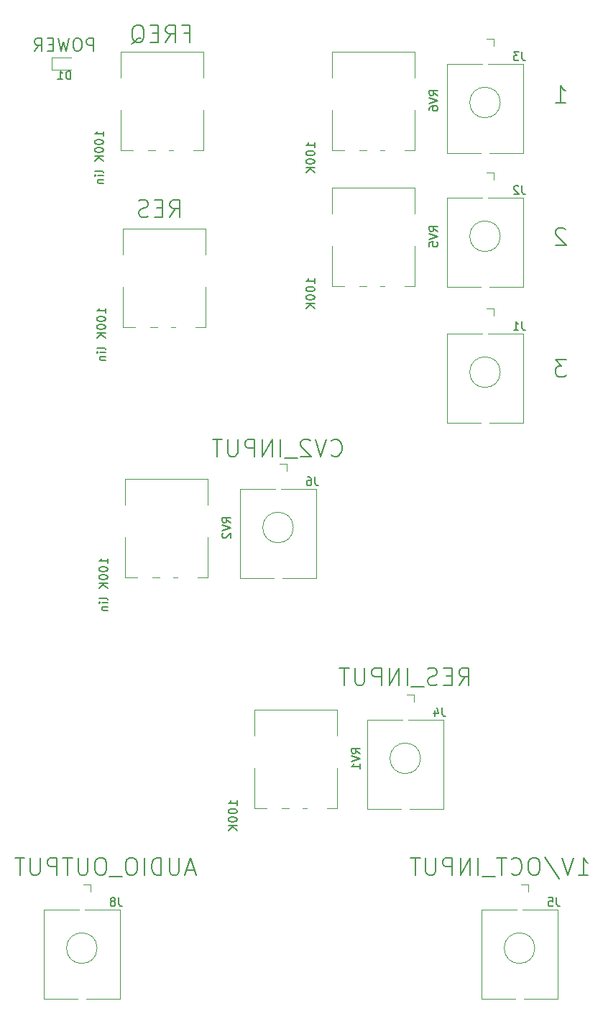
<source format=gbo>
%TF.GenerationSoftware,KiCad,Pcbnew,5.1.8*%
%TF.CreationDate,2020-12-17T16:54:15+01:00*%
%TF.ProjectId,AS3320-VCF,41533333-3230-42d5-9643-462e6b696361,1*%
%TF.SameCoordinates,Original*%
%TF.FileFunction,Legend,Bot*%
%TF.FilePolarity,Positive*%
%FSLAX46Y46*%
G04 Gerber Fmt 4.6, Leading zero omitted, Abs format (unit mm)*
G04 Created by KiCad (PCBNEW 5.1.8) date 2020-12-17 16:54:15*
%MOMM*%
%LPD*%
G01*
G04 APERTURE LIST*
%ADD10C,0.120000*%
%ADD11C,0.150000*%
G04 APERTURE END LIST*
D10*
%TO.C,RV6*%
X144176000Y-46872000D02*
X145006000Y-46872000D01*
X146626000Y-46872000D02*
X147156000Y-46872000D01*
X149526000Y-46872000D02*
X150706000Y-46872000D01*
X140966000Y-46872000D02*
X140966000Y-42152000D01*
X150706000Y-38342000D02*
X150706000Y-35282000D01*
X150716000Y-46872000D02*
X150716000Y-42152000D01*
X140966000Y-38342000D02*
X140966000Y-35282000D01*
X140966000Y-46872000D02*
X142456000Y-46872000D01*
X140966000Y-35282000D02*
X150706000Y-35282000D01*
%TO.C,RV5*%
X144176000Y-62874000D02*
X145006000Y-62874000D01*
X146626000Y-62874000D02*
X147156000Y-62874000D01*
X149526000Y-62874000D02*
X150706000Y-62874000D01*
X140966000Y-62874000D02*
X140966000Y-58154000D01*
X150706000Y-54344000D02*
X150706000Y-51284000D01*
X150716000Y-62874000D02*
X150716000Y-58154000D01*
X140966000Y-54344000D02*
X140966000Y-51284000D01*
X140966000Y-62874000D02*
X142456000Y-62874000D01*
X140966000Y-51284000D02*
X150706000Y-51284000D01*
%TO.C,RES*%
X116328000Y-56110000D02*
X126068000Y-56110000D01*
X116328000Y-67700000D02*
X117818000Y-67700000D01*
X116328000Y-59170000D02*
X116328000Y-56110000D01*
X126078000Y-67700000D02*
X126078000Y-62980000D01*
X126068000Y-59170000D02*
X126068000Y-56110000D01*
X116328000Y-67700000D02*
X116328000Y-62980000D01*
X124888000Y-67700000D02*
X126068000Y-67700000D01*
X121988000Y-67700000D02*
X122518000Y-67700000D01*
X119538000Y-67700000D02*
X120368000Y-67700000D01*
%TO.C,FREQ*%
X116074000Y-35282000D02*
X125814000Y-35282000D01*
X116074000Y-46872000D02*
X117564000Y-46872000D01*
X116074000Y-38342000D02*
X116074000Y-35282000D01*
X125824000Y-46872000D02*
X125824000Y-42152000D01*
X125814000Y-38342000D02*
X125814000Y-35282000D01*
X116074000Y-46872000D02*
X116074000Y-42152000D01*
X124634000Y-46872000D02*
X125814000Y-46872000D01*
X121734000Y-46872000D02*
X122264000Y-46872000D01*
X119284000Y-46872000D02*
X120114000Y-46872000D01*
%TO.C,RV2*%
X116582000Y-85574000D02*
X126322000Y-85574000D01*
X116582000Y-97164000D02*
X118072000Y-97164000D01*
X116582000Y-88634000D02*
X116582000Y-85574000D01*
X126332000Y-97164000D02*
X126332000Y-92444000D01*
X126322000Y-88634000D02*
X126322000Y-85574000D01*
X116582000Y-97164000D02*
X116582000Y-92444000D01*
X125142000Y-97164000D02*
X126322000Y-97164000D01*
X122242000Y-97164000D02*
X122772000Y-97164000D01*
X119792000Y-97164000D02*
X120622000Y-97164000D01*
%TO.C,RV1*%
X131822000Y-112752000D02*
X141562000Y-112752000D01*
X131822000Y-124342000D02*
X133312000Y-124342000D01*
X131822000Y-115812000D02*
X131822000Y-112752000D01*
X141572000Y-124342000D02*
X141572000Y-119622000D01*
X141562000Y-115812000D02*
X141562000Y-112752000D01*
X131822000Y-124342000D02*
X131822000Y-119622000D01*
X140382000Y-124342000D02*
X141562000Y-124342000D01*
X137482000Y-124342000D02*
X138012000Y-124342000D01*
X135032000Y-124342000D02*
X135862000Y-124342000D01*
%TO.C,J8*%
X116006000Y-136346000D02*
X116006000Y-146846000D01*
X107006000Y-136346000D02*
X107006000Y-146846000D01*
X107006000Y-146846000D02*
X111006000Y-146846000D01*
X112006000Y-146846000D02*
X116006000Y-146846000D01*
X107006000Y-136346000D02*
X111156000Y-136346000D01*
X111856000Y-136346000D02*
X116006000Y-136346000D01*
X113306000Y-140846000D02*
G75*
G03*
X113306000Y-140846000I-1800000J0D01*
G01*
X112566000Y-133366000D02*
X112566000Y-134166000D01*
X112566000Y-133366000D02*
X111706000Y-133366000D01*
%TO.C,J6*%
X135680000Y-83836000D02*
X134820000Y-83836000D01*
X135680000Y-83836000D02*
X135680000Y-84636000D01*
X136420000Y-91316000D02*
G75*
G03*
X136420000Y-91316000I-1800000J0D01*
G01*
X134970000Y-86816000D02*
X139120000Y-86816000D01*
X130120000Y-86816000D02*
X134270000Y-86816000D01*
X135120000Y-97316000D02*
X139120000Y-97316000D01*
X130120000Y-97316000D02*
X134120000Y-97316000D01*
X130120000Y-86816000D02*
X130120000Y-97316000D01*
X139120000Y-86816000D02*
X139120000Y-97316000D01*
%TO.C,J5*%
X167568000Y-136346000D02*
X167568000Y-146846000D01*
X158568000Y-136346000D02*
X158568000Y-146846000D01*
X158568000Y-146846000D02*
X162568000Y-146846000D01*
X163568000Y-146846000D02*
X167568000Y-146846000D01*
X158568000Y-136346000D02*
X162718000Y-136346000D01*
X163418000Y-136346000D02*
X167568000Y-136346000D01*
X164868000Y-140846000D02*
G75*
G03*
X164868000Y-140846000I-1800000J0D01*
G01*
X164128000Y-133366000D02*
X164128000Y-134166000D01*
X164128000Y-133366000D02*
X163268000Y-133366000D01*
%TO.C,J4*%
X150666000Y-111014000D02*
X149806000Y-111014000D01*
X150666000Y-111014000D02*
X150666000Y-111814000D01*
X151406000Y-118494000D02*
G75*
G03*
X151406000Y-118494000I-1800000J0D01*
G01*
X149956000Y-113994000D02*
X154106000Y-113994000D01*
X145106000Y-113994000D02*
X149256000Y-113994000D01*
X150106000Y-124494000D02*
X154106000Y-124494000D01*
X145106000Y-124494000D02*
X149106000Y-124494000D01*
X145106000Y-113994000D02*
X145106000Y-124494000D01*
X154106000Y-113994000D02*
X154106000Y-124494000D01*
%TO.C,J3*%
X163504000Y-36778000D02*
X163504000Y-47278000D01*
X154504000Y-36778000D02*
X154504000Y-47278000D01*
X154504000Y-47278000D02*
X158504000Y-47278000D01*
X159504000Y-47278000D02*
X163504000Y-47278000D01*
X154504000Y-36778000D02*
X158654000Y-36778000D01*
X159354000Y-36778000D02*
X163504000Y-36778000D01*
X160804000Y-41278000D02*
G75*
G03*
X160804000Y-41278000I-1800000J0D01*
G01*
X160064000Y-33798000D02*
X160064000Y-34598000D01*
X160064000Y-33798000D02*
X159204000Y-33798000D01*
%TO.C,J2*%
X163504000Y-52526000D02*
X163504000Y-63026000D01*
X154504000Y-52526000D02*
X154504000Y-63026000D01*
X154504000Y-63026000D02*
X158504000Y-63026000D01*
X159504000Y-63026000D02*
X163504000Y-63026000D01*
X154504000Y-52526000D02*
X158654000Y-52526000D01*
X159354000Y-52526000D02*
X163504000Y-52526000D01*
X160804000Y-57026000D02*
G75*
G03*
X160804000Y-57026000I-1800000J0D01*
G01*
X160064000Y-49546000D02*
X160064000Y-50346000D01*
X160064000Y-49546000D02*
X159204000Y-49546000D01*
%TO.C,J1*%
X160064000Y-65548000D02*
X159204000Y-65548000D01*
X160064000Y-65548000D02*
X160064000Y-66348000D01*
X160804000Y-73028000D02*
G75*
G03*
X160804000Y-73028000I-1800000J0D01*
G01*
X159354000Y-68528000D02*
X163504000Y-68528000D01*
X154504000Y-68528000D02*
X158654000Y-68528000D01*
X159504000Y-79028000D02*
X163504000Y-79028000D01*
X154504000Y-79028000D02*
X158504000Y-79028000D01*
X154504000Y-68528000D02*
X154504000Y-79028000D01*
X163504000Y-68528000D02*
X163504000Y-79028000D01*
%TO.C,D1*%
X107965000Y-35945000D02*
X110250000Y-35945000D01*
X107965000Y-37415000D02*
X107965000Y-35945000D01*
X110250000Y-37415000D02*
X107965000Y-37415000D01*
%TO.C,RV6*%
D11*
X153428380Y-40446761D02*
X152952190Y-40113428D01*
X153428380Y-39875333D02*
X152428380Y-39875333D01*
X152428380Y-40256285D01*
X152476000Y-40351523D01*
X152523619Y-40399142D01*
X152618857Y-40446761D01*
X152761714Y-40446761D01*
X152856952Y-40399142D01*
X152904571Y-40351523D01*
X152952190Y-40256285D01*
X152952190Y-39875333D01*
X152428380Y-40732476D02*
X153428380Y-41065809D01*
X152428380Y-41399142D01*
X152428380Y-42161047D02*
X152428380Y-41970571D01*
X152476000Y-41875333D01*
X152523619Y-41827714D01*
X152666476Y-41732476D01*
X152856952Y-41684857D01*
X153237904Y-41684857D01*
X153333142Y-41732476D01*
X153380761Y-41780095D01*
X153428380Y-41875333D01*
X153428380Y-42065809D01*
X153380761Y-42161047D01*
X153333142Y-42208666D01*
X153237904Y-42256285D01*
X152999809Y-42256285D01*
X152904571Y-42208666D01*
X152856952Y-42161047D01*
X152809333Y-42065809D01*
X152809333Y-41875333D01*
X152856952Y-41780095D01*
X152904571Y-41732476D01*
X152999809Y-41684857D01*
X138928380Y-46585333D02*
X138928380Y-46013904D01*
X138928380Y-46299619D02*
X137928380Y-46299619D01*
X138071238Y-46204380D01*
X138166476Y-46109142D01*
X138214095Y-46013904D01*
X137928380Y-47204380D02*
X137928380Y-47299619D01*
X137976000Y-47394857D01*
X138023619Y-47442476D01*
X138118857Y-47490095D01*
X138309333Y-47537714D01*
X138547428Y-47537714D01*
X138737904Y-47490095D01*
X138833142Y-47442476D01*
X138880761Y-47394857D01*
X138928380Y-47299619D01*
X138928380Y-47204380D01*
X138880761Y-47109142D01*
X138833142Y-47061523D01*
X138737904Y-47013904D01*
X138547428Y-46966285D01*
X138309333Y-46966285D01*
X138118857Y-47013904D01*
X138023619Y-47061523D01*
X137976000Y-47109142D01*
X137928380Y-47204380D01*
X137928380Y-48156761D02*
X137928380Y-48252000D01*
X137976000Y-48347238D01*
X138023619Y-48394857D01*
X138118857Y-48442476D01*
X138309333Y-48490095D01*
X138547428Y-48490095D01*
X138737904Y-48442476D01*
X138833142Y-48394857D01*
X138880761Y-48347238D01*
X138928380Y-48252000D01*
X138928380Y-48156761D01*
X138880761Y-48061523D01*
X138833142Y-48013904D01*
X138737904Y-47966285D01*
X138547428Y-47918666D01*
X138309333Y-47918666D01*
X138118857Y-47966285D01*
X138023619Y-48013904D01*
X137976000Y-48061523D01*
X137928380Y-48156761D01*
X138928380Y-48918666D02*
X137928380Y-48918666D01*
X138928380Y-49490095D02*
X138356952Y-49061523D01*
X137928380Y-49490095D02*
X138499809Y-48918666D01*
%TO.C,RV5*%
X153428380Y-56448761D02*
X152952190Y-56115428D01*
X153428380Y-55877333D02*
X152428380Y-55877333D01*
X152428380Y-56258285D01*
X152476000Y-56353523D01*
X152523619Y-56401142D01*
X152618857Y-56448761D01*
X152761714Y-56448761D01*
X152856952Y-56401142D01*
X152904571Y-56353523D01*
X152952190Y-56258285D01*
X152952190Y-55877333D01*
X152428380Y-56734476D02*
X153428380Y-57067809D01*
X152428380Y-57401142D01*
X152428380Y-58210666D02*
X152428380Y-57734476D01*
X152904571Y-57686857D01*
X152856952Y-57734476D01*
X152809333Y-57829714D01*
X152809333Y-58067809D01*
X152856952Y-58163047D01*
X152904571Y-58210666D01*
X152999809Y-58258285D01*
X153237904Y-58258285D01*
X153333142Y-58210666D01*
X153380761Y-58163047D01*
X153428380Y-58067809D01*
X153428380Y-57829714D01*
X153380761Y-57734476D01*
X153333142Y-57686857D01*
X138928380Y-62587333D02*
X138928380Y-62015904D01*
X138928380Y-62301619D02*
X137928380Y-62301619D01*
X138071238Y-62206380D01*
X138166476Y-62111142D01*
X138214095Y-62015904D01*
X137928380Y-63206380D02*
X137928380Y-63301619D01*
X137976000Y-63396857D01*
X138023619Y-63444476D01*
X138118857Y-63492095D01*
X138309333Y-63539714D01*
X138547428Y-63539714D01*
X138737904Y-63492095D01*
X138833142Y-63444476D01*
X138880761Y-63396857D01*
X138928380Y-63301619D01*
X138928380Y-63206380D01*
X138880761Y-63111142D01*
X138833142Y-63063523D01*
X138737904Y-63015904D01*
X138547428Y-62968285D01*
X138309333Y-62968285D01*
X138118857Y-63015904D01*
X138023619Y-63063523D01*
X137976000Y-63111142D01*
X137928380Y-63206380D01*
X137928380Y-64158761D02*
X137928380Y-64254000D01*
X137976000Y-64349238D01*
X138023619Y-64396857D01*
X138118857Y-64444476D01*
X138309333Y-64492095D01*
X138547428Y-64492095D01*
X138737904Y-64444476D01*
X138833142Y-64396857D01*
X138880761Y-64349238D01*
X138928380Y-64254000D01*
X138928380Y-64158761D01*
X138880761Y-64063523D01*
X138833142Y-64015904D01*
X138737904Y-63968285D01*
X138547428Y-63920666D01*
X138309333Y-63920666D01*
X138118857Y-63968285D01*
X138023619Y-64015904D01*
X137976000Y-64063523D01*
X137928380Y-64158761D01*
X138928380Y-64920666D02*
X137928380Y-64920666D01*
X138928380Y-65492095D02*
X138356952Y-65063523D01*
X137928380Y-65492095D02*
X138499809Y-64920666D01*
%TO.C,RES*%
X121888095Y-54752761D02*
X122554761Y-53800380D01*
X123030952Y-54752761D02*
X123030952Y-52752761D01*
X122269047Y-52752761D01*
X122078571Y-52848000D01*
X121983333Y-52943238D01*
X121888095Y-53133714D01*
X121888095Y-53419428D01*
X121983333Y-53609904D01*
X122078571Y-53705142D01*
X122269047Y-53800380D01*
X123030952Y-53800380D01*
X121030952Y-53705142D02*
X120364285Y-53705142D01*
X120078571Y-54752761D02*
X121030952Y-54752761D01*
X121030952Y-52752761D01*
X120078571Y-52752761D01*
X119316666Y-54657523D02*
X119030952Y-54752761D01*
X118554761Y-54752761D01*
X118364285Y-54657523D01*
X118269047Y-54562285D01*
X118173809Y-54371809D01*
X118173809Y-54181333D01*
X118269047Y-53990857D01*
X118364285Y-53895619D01*
X118554761Y-53800380D01*
X118935714Y-53705142D01*
X119126190Y-53609904D01*
X119221428Y-53514666D01*
X119316666Y-53324190D01*
X119316666Y-53133714D01*
X119221428Y-52943238D01*
X119126190Y-52848000D01*
X118935714Y-52752761D01*
X118459523Y-52752761D01*
X118173809Y-52848000D01*
X114290380Y-66080000D02*
X114290380Y-65508571D01*
X114290380Y-65794285D02*
X113290380Y-65794285D01*
X113433238Y-65699047D01*
X113528476Y-65603809D01*
X113576095Y-65508571D01*
X113290380Y-66699047D02*
X113290380Y-66794285D01*
X113338000Y-66889523D01*
X113385619Y-66937142D01*
X113480857Y-66984761D01*
X113671333Y-67032380D01*
X113909428Y-67032380D01*
X114099904Y-66984761D01*
X114195142Y-66937142D01*
X114242761Y-66889523D01*
X114290380Y-66794285D01*
X114290380Y-66699047D01*
X114242761Y-66603809D01*
X114195142Y-66556190D01*
X114099904Y-66508571D01*
X113909428Y-66460952D01*
X113671333Y-66460952D01*
X113480857Y-66508571D01*
X113385619Y-66556190D01*
X113338000Y-66603809D01*
X113290380Y-66699047D01*
X113290380Y-67651428D02*
X113290380Y-67746666D01*
X113338000Y-67841904D01*
X113385619Y-67889523D01*
X113480857Y-67937142D01*
X113671333Y-67984761D01*
X113909428Y-67984761D01*
X114099904Y-67937142D01*
X114195142Y-67889523D01*
X114242761Y-67841904D01*
X114290380Y-67746666D01*
X114290380Y-67651428D01*
X114242761Y-67556190D01*
X114195142Y-67508571D01*
X114099904Y-67460952D01*
X113909428Y-67413333D01*
X113671333Y-67413333D01*
X113480857Y-67460952D01*
X113385619Y-67508571D01*
X113338000Y-67556190D01*
X113290380Y-67651428D01*
X114290380Y-68413333D02*
X113290380Y-68413333D01*
X114290380Y-68984761D02*
X113718952Y-68556190D01*
X113290380Y-68984761D02*
X113861809Y-68413333D01*
X114290380Y-70318095D02*
X114242761Y-70222857D01*
X114147523Y-70175238D01*
X113290380Y-70175238D01*
X114290380Y-70699047D02*
X113623714Y-70699047D01*
X113290380Y-70699047D02*
X113338000Y-70651428D01*
X113385619Y-70699047D01*
X113338000Y-70746666D01*
X113290380Y-70699047D01*
X113385619Y-70699047D01*
X113623714Y-71175238D02*
X114290380Y-71175238D01*
X113718952Y-71175238D02*
X113671333Y-71222857D01*
X113623714Y-71318095D01*
X113623714Y-71460952D01*
X113671333Y-71556190D01*
X113766571Y-71603809D01*
X114290380Y-71603809D01*
%TO.C,FREQ*%
X123570666Y-33131142D02*
X124237333Y-33131142D01*
X124237333Y-34178761D02*
X124237333Y-32178761D01*
X123284952Y-32178761D01*
X121380190Y-34178761D02*
X122046857Y-33226380D01*
X122523047Y-34178761D02*
X122523047Y-32178761D01*
X121761142Y-32178761D01*
X121570666Y-32274000D01*
X121475428Y-32369238D01*
X121380190Y-32559714D01*
X121380190Y-32845428D01*
X121475428Y-33035904D01*
X121570666Y-33131142D01*
X121761142Y-33226380D01*
X122523047Y-33226380D01*
X120523047Y-33131142D02*
X119856380Y-33131142D01*
X119570666Y-34178761D02*
X120523047Y-34178761D01*
X120523047Y-32178761D01*
X119570666Y-32178761D01*
X117380190Y-34369238D02*
X117570666Y-34274000D01*
X117761142Y-34083523D01*
X118046857Y-33797809D01*
X118237333Y-33702571D01*
X118427809Y-33702571D01*
X118332571Y-34178761D02*
X118523047Y-34083523D01*
X118713523Y-33893047D01*
X118808761Y-33512095D01*
X118808761Y-32845428D01*
X118713523Y-32464476D01*
X118523047Y-32274000D01*
X118332571Y-32178761D01*
X117951619Y-32178761D01*
X117761142Y-32274000D01*
X117570666Y-32464476D01*
X117475428Y-32845428D01*
X117475428Y-33512095D01*
X117570666Y-33893047D01*
X117761142Y-34083523D01*
X117951619Y-34178761D01*
X118332571Y-34178761D01*
X114036380Y-45252000D02*
X114036380Y-44680571D01*
X114036380Y-44966285D02*
X113036380Y-44966285D01*
X113179238Y-44871047D01*
X113274476Y-44775809D01*
X113322095Y-44680571D01*
X113036380Y-45871047D02*
X113036380Y-45966285D01*
X113084000Y-46061523D01*
X113131619Y-46109142D01*
X113226857Y-46156761D01*
X113417333Y-46204380D01*
X113655428Y-46204380D01*
X113845904Y-46156761D01*
X113941142Y-46109142D01*
X113988761Y-46061523D01*
X114036380Y-45966285D01*
X114036380Y-45871047D01*
X113988761Y-45775809D01*
X113941142Y-45728190D01*
X113845904Y-45680571D01*
X113655428Y-45632952D01*
X113417333Y-45632952D01*
X113226857Y-45680571D01*
X113131619Y-45728190D01*
X113084000Y-45775809D01*
X113036380Y-45871047D01*
X113036380Y-46823428D02*
X113036380Y-46918666D01*
X113084000Y-47013904D01*
X113131619Y-47061523D01*
X113226857Y-47109142D01*
X113417333Y-47156761D01*
X113655428Y-47156761D01*
X113845904Y-47109142D01*
X113941142Y-47061523D01*
X113988761Y-47013904D01*
X114036380Y-46918666D01*
X114036380Y-46823428D01*
X113988761Y-46728190D01*
X113941142Y-46680571D01*
X113845904Y-46632952D01*
X113655428Y-46585333D01*
X113417333Y-46585333D01*
X113226857Y-46632952D01*
X113131619Y-46680571D01*
X113084000Y-46728190D01*
X113036380Y-46823428D01*
X114036380Y-47585333D02*
X113036380Y-47585333D01*
X114036380Y-48156761D02*
X113464952Y-47728190D01*
X113036380Y-48156761D02*
X113607809Y-47585333D01*
X114036380Y-49490095D02*
X113988761Y-49394857D01*
X113893523Y-49347238D01*
X113036380Y-49347238D01*
X114036380Y-49871047D02*
X113369714Y-49871047D01*
X113036380Y-49871047D02*
X113084000Y-49823428D01*
X113131619Y-49871047D01*
X113084000Y-49918666D01*
X113036380Y-49871047D01*
X113131619Y-49871047D01*
X113369714Y-50347238D02*
X114036380Y-50347238D01*
X113464952Y-50347238D02*
X113417333Y-50394857D01*
X113369714Y-50490095D01*
X113369714Y-50632952D01*
X113417333Y-50728190D01*
X113512571Y-50775809D01*
X114036380Y-50775809D01*
%TO.C,RV2*%
X129044380Y-90738761D02*
X128568190Y-90405428D01*
X129044380Y-90167333D02*
X128044380Y-90167333D01*
X128044380Y-90548285D01*
X128092000Y-90643523D01*
X128139619Y-90691142D01*
X128234857Y-90738761D01*
X128377714Y-90738761D01*
X128472952Y-90691142D01*
X128520571Y-90643523D01*
X128568190Y-90548285D01*
X128568190Y-90167333D01*
X128044380Y-91024476D02*
X129044380Y-91357809D01*
X128044380Y-91691142D01*
X128139619Y-91976857D02*
X128092000Y-92024476D01*
X128044380Y-92119714D01*
X128044380Y-92357809D01*
X128092000Y-92453047D01*
X128139619Y-92500666D01*
X128234857Y-92548285D01*
X128330095Y-92548285D01*
X128472952Y-92500666D01*
X129044380Y-91929238D01*
X129044380Y-92548285D01*
X114544380Y-95544000D02*
X114544380Y-94972571D01*
X114544380Y-95258285D02*
X113544380Y-95258285D01*
X113687238Y-95163047D01*
X113782476Y-95067809D01*
X113830095Y-94972571D01*
X113544380Y-96163047D02*
X113544380Y-96258285D01*
X113592000Y-96353523D01*
X113639619Y-96401142D01*
X113734857Y-96448761D01*
X113925333Y-96496380D01*
X114163428Y-96496380D01*
X114353904Y-96448761D01*
X114449142Y-96401142D01*
X114496761Y-96353523D01*
X114544380Y-96258285D01*
X114544380Y-96163047D01*
X114496761Y-96067809D01*
X114449142Y-96020190D01*
X114353904Y-95972571D01*
X114163428Y-95924952D01*
X113925333Y-95924952D01*
X113734857Y-95972571D01*
X113639619Y-96020190D01*
X113592000Y-96067809D01*
X113544380Y-96163047D01*
X113544380Y-97115428D02*
X113544380Y-97210666D01*
X113592000Y-97305904D01*
X113639619Y-97353523D01*
X113734857Y-97401142D01*
X113925333Y-97448761D01*
X114163428Y-97448761D01*
X114353904Y-97401142D01*
X114449142Y-97353523D01*
X114496761Y-97305904D01*
X114544380Y-97210666D01*
X114544380Y-97115428D01*
X114496761Y-97020190D01*
X114449142Y-96972571D01*
X114353904Y-96924952D01*
X114163428Y-96877333D01*
X113925333Y-96877333D01*
X113734857Y-96924952D01*
X113639619Y-96972571D01*
X113592000Y-97020190D01*
X113544380Y-97115428D01*
X114544380Y-97877333D02*
X113544380Y-97877333D01*
X114544380Y-98448761D02*
X113972952Y-98020190D01*
X113544380Y-98448761D02*
X114115809Y-97877333D01*
X114544380Y-99782095D02*
X114496761Y-99686857D01*
X114401523Y-99639238D01*
X113544380Y-99639238D01*
X114544380Y-100163047D02*
X113877714Y-100163047D01*
X113544380Y-100163047D02*
X113592000Y-100115428D01*
X113639619Y-100163047D01*
X113592000Y-100210666D01*
X113544380Y-100163047D01*
X113639619Y-100163047D01*
X113877714Y-100639238D02*
X114544380Y-100639238D01*
X113972952Y-100639238D02*
X113925333Y-100686857D01*
X113877714Y-100782095D01*
X113877714Y-100924952D01*
X113925333Y-101020190D01*
X114020571Y-101067809D01*
X114544380Y-101067809D01*
%TO.C,RV1*%
X144284380Y-117916761D02*
X143808190Y-117583428D01*
X144284380Y-117345333D02*
X143284380Y-117345333D01*
X143284380Y-117726285D01*
X143332000Y-117821523D01*
X143379619Y-117869142D01*
X143474857Y-117916761D01*
X143617714Y-117916761D01*
X143712952Y-117869142D01*
X143760571Y-117821523D01*
X143808190Y-117726285D01*
X143808190Y-117345333D01*
X143284380Y-118202476D02*
X144284380Y-118535809D01*
X143284380Y-118869142D01*
X144284380Y-119726285D02*
X144284380Y-119154857D01*
X144284380Y-119440571D02*
X143284380Y-119440571D01*
X143427238Y-119345333D01*
X143522476Y-119250095D01*
X143570095Y-119154857D01*
X129784380Y-124055333D02*
X129784380Y-123483904D01*
X129784380Y-123769619D02*
X128784380Y-123769619D01*
X128927238Y-123674380D01*
X129022476Y-123579142D01*
X129070095Y-123483904D01*
X128784380Y-124674380D02*
X128784380Y-124769619D01*
X128832000Y-124864857D01*
X128879619Y-124912476D01*
X128974857Y-124960095D01*
X129165333Y-125007714D01*
X129403428Y-125007714D01*
X129593904Y-124960095D01*
X129689142Y-124912476D01*
X129736761Y-124864857D01*
X129784380Y-124769619D01*
X129784380Y-124674380D01*
X129736761Y-124579142D01*
X129689142Y-124531523D01*
X129593904Y-124483904D01*
X129403428Y-124436285D01*
X129165333Y-124436285D01*
X128974857Y-124483904D01*
X128879619Y-124531523D01*
X128832000Y-124579142D01*
X128784380Y-124674380D01*
X128784380Y-125626761D02*
X128784380Y-125722000D01*
X128832000Y-125817238D01*
X128879619Y-125864857D01*
X128974857Y-125912476D01*
X129165333Y-125960095D01*
X129403428Y-125960095D01*
X129593904Y-125912476D01*
X129689142Y-125864857D01*
X129736761Y-125817238D01*
X129784380Y-125722000D01*
X129784380Y-125626761D01*
X129736761Y-125531523D01*
X129689142Y-125483904D01*
X129593904Y-125436285D01*
X129403428Y-125388666D01*
X129165333Y-125388666D01*
X128974857Y-125436285D01*
X128879619Y-125483904D01*
X128832000Y-125531523D01*
X128784380Y-125626761D01*
X129784380Y-126388666D02*
X128784380Y-126388666D01*
X129784380Y-126960095D02*
X129212952Y-126531523D01*
X128784380Y-126960095D02*
X129355809Y-126388666D01*
%TO.C,J8*%
X115869333Y-134898380D02*
X115869333Y-135612666D01*
X115916952Y-135755523D01*
X116012190Y-135850761D01*
X116155047Y-135898380D01*
X116250285Y-135898380D01*
X115250285Y-135326952D02*
X115345523Y-135279333D01*
X115393142Y-135231714D01*
X115440761Y-135136476D01*
X115440761Y-135088857D01*
X115393142Y-134993619D01*
X115345523Y-134946000D01*
X115250285Y-134898380D01*
X115059809Y-134898380D01*
X114964571Y-134946000D01*
X114916952Y-134993619D01*
X114869333Y-135088857D01*
X114869333Y-135136476D01*
X114916952Y-135231714D01*
X114964571Y-135279333D01*
X115059809Y-135326952D01*
X115250285Y-135326952D01*
X115345523Y-135374571D01*
X115393142Y-135422190D01*
X115440761Y-135517428D01*
X115440761Y-135707904D01*
X115393142Y-135803142D01*
X115345523Y-135850761D01*
X115250285Y-135898380D01*
X115059809Y-135898380D01*
X114964571Y-135850761D01*
X114916952Y-135803142D01*
X114869333Y-135707904D01*
X114869333Y-135517428D01*
X114916952Y-135422190D01*
X114964571Y-135374571D01*
X115059809Y-135326952D01*
X124776190Y-131651333D02*
X123823809Y-131651333D01*
X124966666Y-132222761D02*
X124300000Y-130222761D01*
X123633333Y-132222761D01*
X122966666Y-130222761D02*
X122966666Y-131841809D01*
X122871428Y-132032285D01*
X122776190Y-132127523D01*
X122585714Y-132222761D01*
X122204761Y-132222761D01*
X122014285Y-132127523D01*
X121919047Y-132032285D01*
X121823809Y-131841809D01*
X121823809Y-130222761D01*
X120871428Y-132222761D02*
X120871428Y-130222761D01*
X120395238Y-130222761D01*
X120109523Y-130318000D01*
X119919047Y-130508476D01*
X119823809Y-130698952D01*
X119728571Y-131079904D01*
X119728571Y-131365619D01*
X119823809Y-131746571D01*
X119919047Y-131937047D01*
X120109523Y-132127523D01*
X120395238Y-132222761D01*
X120871428Y-132222761D01*
X118871428Y-132222761D02*
X118871428Y-130222761D01*
X117538095Y-130222761D02*
X117157142Y-130222761D01*
X116966666Y-130318000D01*
X116776190Y-130508476D01*
X116680952Y-130889428D01*
X116680952Y-131556095D01*
X116776190Y-131937047D01*
X116966666Y-132127523D01*
X117157142Y-132222761D01*
X117538095Y-132222761D01*
X117728571Y-132127523D01*
X117919047Y-131937047D01*
X118014285Y-131556095D01*
X118014285Y-130889428D01*
X117919047Y-130508476D01*
X117728571Y-130318000D01*
X117538095Y-130222761D01*
X116300000Y-132413238D02*
X114776190Y-132413238D01*
X113919047Y-130222761D02*
X113538095Y-130222761D01*
X113347619Y-130318000D01*
X113157142Y-130508476D01*
X113061904Y-130889428D01*
X113061904Y-131556095D01*
X113157142Y-131937047D01*
X113347619Y-132127523D01*
X113538095Y-132222761D01*
X113919047Y-132222761D01*
X114109523Y-132127523D01*
X114300000Y-131937047D01*
X114395238Y-131556095D01*
X114395238Y-130889428D01*
X114300000Y-130508476D01*
X114109523Y-130318000D01*
X113919047Y-130222761D01*
X112204761Y-130222761D02*
X112204761Y-131841809D01*
X112109523Y-132032285D01*
X112014285Y-132127523D01*
X111823809Y-132222761D01*
X111442857Y-132222761D01*
X111252380Y-132127523D01*
X111157142Y-132032285D01*
X111061904Y-131841809D01*
X111061904Y-130222761D01*
X110395238Y-130222761D02*
X109252380Y-130222761D01*
X109823809Y-132222761D02*
X109823809Y-130222761D01*
X108585714Y-132222761D02*
X108585714Y-130222761D01*
X107823809Y-130222761D01*
X107633333Y-130318000D01*
X107538095Y-130413238D01*
X107442857Y-130603714D01*
X107442857Y-130889428D01*
X107538095Y-131079904D01*
X107633333Y-131175142D01*
X107823809Y-131270380D01*
X108585714Y-131270380D01*
X106585714Y-130222761D02*
X106585714Y-131841809D01*
X106490476Y-132032285D01*
X106395238Y-132127523D01*
X106204761Y-132222761D01*
X105823809Y-132222761D01*
X105633333Y-132127523D01*
X105538095Y-132032285D01*
X105442857Y-131841809D01*
X105442857Y-130222761D01*
X104776190Y-130222761D02*
X103633333Y-130222761D01*
X104204761Y-132222761D02*
X104204761Y-130222761D01*
%TO.C,J6*%
X138983333Y-85368380D02*
X138983333Y-86082666D01*
X139030952Y-86225523D01*
X139126190Y-86320761D01*
X139269047Y-86368380D01*
X139364285Y-86368380D01*
X138078571Y-85368380D02*
X138269047Y-85368380D01*
X138364285Y-85416000D01*
X138411904Y-85463619D01*
X138507142Y-85606476D01*
X138554761Y-85796952D01*
X138554761Y-86177904D01*
X138507142Y-86273142D01*
X138459523Y-86320761D01*
X138364285Y-86368380D01*
X138173809Y-86368380D01*
X138078571Y-86320761D01*
X138030952Y-86273142D01*
X137983333Y-86177904D01*
X137983333Y-85939809D01*
X138030952Y-85844571D01*
X138078571Y-85796952D01*
X138173809Y-85749333D01*
X138364285Y-85749333D01*
X138459523Y-85796952D01*
X138507142Y-85844571D01*
X138554761Y-85939809D01*
X140905714Y-82756285D02*
X141000952Y-82851523D01*
X141286666Y-82946761D01*
X141477142Y-82946761D01*
X141762857Y-82851523D01*
X141953333Y-82661047D01*
X142048571Y-82470571D01*
X142143809Y-82089619D01*
X142143809Y-81803904D01*
X142048571Y-81422952D01*
X141953333Y-81232476D01*
X141762857Y-81042000D01*
X141477142Y-80946761D01*
X141286666Y-80946761D01*
X141000952Y-81042000D01*
X140905714Y-81137238D01*
X140334285Y-80946761D02*
X139667619Y-82946761D01*
X139000952Y-80946761D01*
X138429523Y-81137238D02*
X138334285Y-81042000D01*
X138143809Y-80946761D01*
X137667619Y-80946761D01*
X137477142Y-81042000D01*
X137381904Y-81137238D01*
X137286666Y-81327714D01*
X137286666Y-81518190D01*
X137381904Y-81803904D01*
X138524761Y-82946761D01*
X137286666Y-82946761D01*
X136905714Y-83137238D02*
X135381904Y-83137238D01*
X134905714Y-82946761D02*
X134905714Y-80946761D01*
X133953333Y-82946761D02*
X133953333Y-80946761D01*
X132810476Y-82946761D01*
X132810476Y-80946761D01*
X131858095Y-82946761D02*
X131858095Y-80946761D01*
X131096190Y-80946761D01*
X130905714Y-81042000D01*
X130810476Y-81137238D01*
X130715238Y-81327714D01*
X130715238Y-81613428D01*
X130810476Y-81803904D01*
X130905714Y-81899142D01*
X131096190Y-81994380D01*
X131858095Y-81994380D01*
X129858095Y-80946761D02*
X129858095Y-82565809D01*
X129762857Y-82756285D01*
X129667619Y-82851523D01*
X129477142Y-82946761D01*
X129096190Y-82946761D01*
X128905714Y-82851523D01*
X128810476Y-82756285D01*
X128715238Y-82565809D01*
X128715238Y-80946761D01*
X128048571Y-80946761D02*
X126905714Y-80946761D01*
X127477142Y-82946761D02*
X127477142Y-80946761D01*
%TO.C,J5*%
X167431333Y-134898380D02*
X167431333Y-135612666D01*
X167478952Y-135755523D01*
X167574190Y-135850761D01*
X167717047Y-135898380D01*
X167812285Y-135898380D01*
X166478952Y-134898380D02*
X166955142Y-134898380D01*
X167002761Y-135374571D01*
X166955142Y-135326952D01*
X166859904Y-135279333D01*
X166621809Y-135279333D01*
X166526571Y-135326952D01*
X166478952Y-135374571D01*
X166431333Y-135469809D01*
X166431333Y-135707904D01*
X166478952Y-135803142D01*
X166526571Y-135850761D01*
X166621809Y-135898380D01*
X166859904Y-135898380D01*
X166955142Y-135850761D01*
X167002761Y-135803142D01*
X170020095Y-132222761D02*
X171162952Y-132222761D01*
X170591523Y-132222761D02*
X170591523Y-130222761D01*
X170782000Y-130508476D01*
X170972476Y-130698952D01*
X171162952Y-130794190D01*
X169448666Y-130222761D02*
X168782000Y-132222761D01*
X168115333Y-130222761D01*
X166020095Y-130127523D02*
X167734380Y-132698952D01*
X164972476Y-130222761D02*
X164591523Y-130222761D01*
X164401047Y-130318000D01*
X164210571Y-130508476D01*
X164115333Y-130889428D01*
X164115333Y-131556095D01*
X164210571Y-131937047D01*
X164401047Y-132127523D01*
X164591523Y-132222761D01*
X164972476Y-132222761D01*
X165162952Y-132127523D01*
X165353428Y-131937047D01*
X165448666Y-131556095D01*
X165448666Y-130889428D01*
X165353428Y-130508476D01*
X165162952Y-130318000D01*
X164972476Y-130222761D01*
X162115333Y-132032285D02*
X162210571Y-132127523D01*
X162496285Y-132222761D01*
X162686761Y-132222761D01*
X162972476Y-132127523D01*
X163162952Y-131937047D01*
X163258190Y-131746571D01*
X163353428Y-131365619D01*
X163353428Y-131079904D01*
X163258190Y-130698952D01*
X163162952Y-130508476D01*
X162972476Y-130318000D01*
X162686761Y-130222761D01*
X162496285Y-130222761D01*
X162210571Y-130318000D01*
X162115333Y-130413238D01*
X161543904Y-130222761D02*
X160401047Y-130222761D01*
X160972476Y-132222761D02*
X160972476Y-130222761D01*
X160210571Y-132413238D02*
X158686761Y-132413238D01*
X158210571Y-132222761D02*
X158210571Y-130222761D01*
X157258190Y-132222761D02*
X157258190Y-130222761D01*
X156115333Y-132222761D01*
X156115333Y-130222761D01*
X155162952Y-132222761D02*
X155162952Y-130222761D01*
X154401047Y-130222761D01*
X154210571Y-130318000D01*
X154115333Y-130413238D01*
X154020095Y-130603714D01*
X154020095Y-130889428D01*
X154115333Y-131079904D01*
X154210571Y-131175142D01*
X154401047Y-131270380D01*
X155162952Y-131270380D01*
X153162952Y-130222761D02*
X153162952Y-131841809D01*
X153067714Y-132032285D01*
X152972476Y-132127523D01*
X152782000Y-132222761D01*
X152401047Y-132222761D01*
X152210571Y-132127523D01*
X152115333Y-132032285D01*
X152020095Y-131841809D01*
X152020095Y-130222761D01*
X151353428Y-130222761D02*
X150210571Y-130222761D01*
X150782000Y-132222761D02*
X150782000Y-130222761D01*
%TO.C,J4*%
X153969333Y-112546380D02*
X153969333Y-113260666D01*
X154016952Y-113403523D01*
X154112190Y-113498761D01*
X154255047Y-113546380D01*
X154350285Y-113546380D01*
X153064571Y-112879714D02*
X153064571Y-113546380D01*
X153302666Y-112498761D02*
X153540761Y-113213047D01*
X152921714Y-113213047D01*
X155939333Y-109870761D02*
X156606000Y-108918380D01*
X157082190Y-109870761D02*
X157082190Y-107870761D01*
X156320285Y-107870761D01*
X156129809Y-107966000D01*
X156034571Y-108061238D01*
X155939333Y-108251714D01*
X155939333Y-108537428D01*
X156034571Y-108727904D01*
X156129809Y-108823142D01*
X156320285Y-108918380D01*
X157082190Y-108918380D01*
X155082190Y-108823142D02*
X154415523Y-108823142D01*
X154129809Y-109870761D02*
X155082190Y-109870761D01*
X155082190Y-107870761D01*
X154129809Y-107870761D01*
X153367904Y-109775523D02*
X153082190Y-109870761D01*
X152606000Y-109870761D01*
X152415523Y-109775523D01*
X152320285Y-109680285D01*
X152225047Y-109489809D01*
X152225047Y-109299333D01*
X152320285Y-109108857D01*
X152415523Y-109013619D01*
X152606000Y-108918380D01*
X152986952Y-108823142D01*
X153177428Y-108727904D01*
X153272666Y-108632666D01*
X153367904Y-108442190D01*
X153367904Y-108251714D01*
X153272666Y-108061238D01*
X153177428Y-107966000D01*
X152986952Y-107870761D01*
X152510761Y-107870761D01*
X152225047Y-107966000D01*
X151844095Y-110061238D02*
X150320285Y-110061238D01*
X149844095Y-109870761D02*
X149844095Y-107870761D01*
X148891714Y-109870761D02*
X148891714Y-107870761D01*
X147748857Y-109870761D01*
X147748857Y-107870761D01*
X146796476Y-109870761D02*
X146796476Y-107870761D01*
X146034571Y-107870761D01*
X145844095Y-107966000D01*
X145748857Y-108061238D01*
X145653619Y-108251714D01*
X145653619Y-108537428D01*
X145748857Y-108727904D01*
X145844095Y-108823142D01*
X146034571Y-108918380D01*
X146796476Y-108918380D01*
X144796476Y-107870761D02*
X144796476Y-109489809D01*
X144701238Y-109680285D01*
X144606000Y-109775523D01*
X144415523Y-109870761D01*
X144034571Y-109870761D01*
X143844095Y-109775523D01*
X143748857Y-109680285D01*
X143653619Y-109489809D01*
X143653619Y-107870761D01*
X142986952Y-107870761D02*
X141844095Y-107870761D01*
X142415523Y-109870761D02*
X142415523Y-107870761D01*
%TO.C,J3*%
X163367333Y-35330380D02*
X163367333Y-36044666D01*
X163414952Y-36187523D01*
X163510190Y-36282761D01*
X163653047Y-36330380D01*
X163748285Y-36330380D01*
X162986380Y-35330380D02*
X162367333Y-35330380D01*
X162700666Y-35711333D01*
X162557809Y-35711333D01*
X162462571Y-35758952D01*
X162414952Y-35806571D01*
X162367333Y-35901809D01*
X162367333Y-36139904D01*
X162414952Y-36235142D01*
X162462571Y-36282761D01*
X162557809Y-36330380D01*
X162843523Y-36330380D01*
X162938761Y-36282761D01*
X162986380Y-36235142D01*
X167322571Y-41290761D02*
X168465428Y-41290761D01*
X167894000Y-41290761D02*
X167894000Y-39290761D01*
X168084476Y-39576476D01*
X168274952Y-39766952D01*
X168465428Y-39862190D01*
%TO.C,J2*%
X163367333Y-51078380D02*
X163367333Y-51792666D01*
X163414952Y-51935523D01*
X163510190Y-52030761D01*
X163653047Y-52078380D01*
X163748285Y-52078380D01*
X162938761Y-51173619D02*
X162891142Y-51126000D01*
X162795904Y-51078380D01*
X162557809Y-51078380D01*
X162462571Y-51126000D01*
X162414952Y-51173619D01*
X162367333Y-51268857D01*
X162367333Y-51364095D01*
X162414952Y-51506952D01*
X162986380Y-52078380D01*
X162367333Y-52078380D01*
X168465428Y-56245238D02*
X168370190Y-56150000D01*
X168179714Y-56054761D01*
X167703523Y-56054761D01*
X167513047Y-56150000D01*
X167417809Y-56245238D01*
X167322571Y-56435714D01*
X167322571Y-56626190D01*
X167417809Y-56911904D01*
X168560666Y-58054761D01*
X167322571Y-58054761D01*
%TO.C,J1*%
X163367333Y-67080380D02*
X163367333Y-67794666D01*
X163414952Y-67937523D01*
X163510190Y-68032761D01*
X163653047Y-68080380D01*
X163748285Y-68080380D01*
X162367333Y-68080380D02*
X162938761Y-68080380D01*
X162653047Y-68080380D02*
X162653047Y-67080380D01*
X162748285Y-67223238D01*
X162843523Y-67318476D01*
X162938761Y-67366095D01*
X168560666Y-71548761D02*
X167322571Y-71548761D01*
X167989238Y-72310666D01*
X167703523Y-72310666D01*
X167513047Y-72405904D01*
X167417809Y-72501142D01*
X167322571Y-72691619D01*
X167322571Y-73167809D01*
X167417809Y-73358285D01*
X167513047Y-73453523D01*
X167703523Y-73548761D01*
X168274952Y-73548761D01*
X168465428Y-73453523D01*
X168560666Y-73358285D01*
%TO.C,D1*%
X110188095Y-38562380D02*
X110188095Y-37562380D01*
X109950000Y-37562380D01*
X109807142Y-37610000D01*
X109711904Y-37705238D01*
X109664285Y-37800476D01*
X109616666Y-37990952D01*
X109616666Y-38133809D01*
X109664285Y-38324285D01*
X109711904Y-38419523D01*
X109807142Y-38514761D01*
X109950000Y-38562380D01*
X110188095Y-38562380D01*
X108664285Y-38562380D02*
X109235714Y-38562380D01*
X108950000Y-38562380D02*
X108950000Y-37562380D01*
X109045238Y-37705238D01*
X109140476Y-37800476D01*
X109235714Y-37848095D01*
X112914285Y-35222571D02*
X112914285Y-33722571D01*
X112342857Y-33722571D01*
X112200000Y-33794000D01*
X112128571Y-33865428D01*
X112057142Y-34008285D01*
X112057142Y-34222571D01*
X112128571Y-34365428D01*
X112200000Y-34436857D01*
X112342857Y-34508285D01*
X112914285Y-34508285D01*
X111128571Y-33722571D02*
X110842857Y-33722571D01*
X110700000Y-33794000D01*
X110557142Y-33936857D01*
X110485714Y-34222571D01*
X110485714Y-34722571D01*
X110557142Y-35008285D01*
X110700000Y-35151142D01*
X110842857Y-35222571D01*
X111128571Y-35222571D01*
X111271428Y-35151142D01*
X111414285Y-35008285D01*
X111485714Y-34722571D01*
X111485714Y-34222571D01*
X111414285Y-33936857D01*
X111271428Y-33794000D01*
X111128571Y-33722571D01*
X109985714Y-33722571D02*
X109628571Y-35222571D01*
X109342857Y-34151142D01*
X109057142Y-35222571D01*
X108700000Y-33722571D01*
X108128571Y-34436857D02*
X107628571Y-34436857D01*
X107414285Y-35222571D02*
X108128571Y-35222571D01*
X108128571Y-33722571D01*
X107414285Y-33722571D01*
X105914285Y-35222571D02*
X106414285Y-34508285D01*
X106771428Y-35222571D02*
X106771428Y-33722571D01*
X106200000Y-33722571D01*
X106057142Y-33794000D01*
X105985714Y-33865428D01*
X105914285Y-34008285D01*
X105914285Y-34222571D01*
X105985714Y-34365428D01*
X106057142Y-34436857D01*
X106200000Y-34508285D01*
X106771428Y-34508285D01*
%TD*%
M02*

</source>
